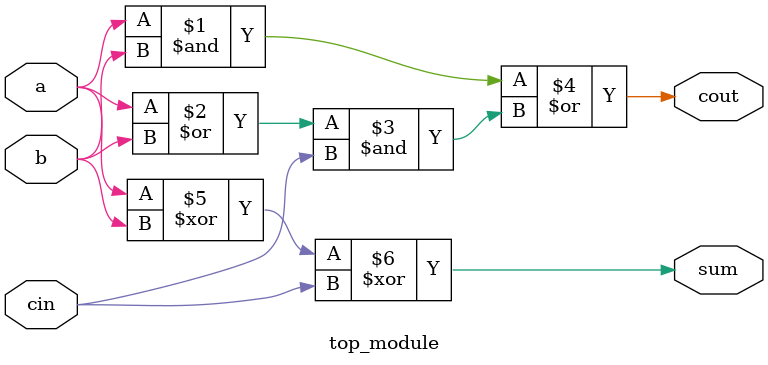
<source format=v>
module top_module( 
    input a, b, cin,
    output cout, sum );
    assign cout = (a & b) | ((a | b) & cin);
    assign sum = a^b^cin;

endmodule

</source>
